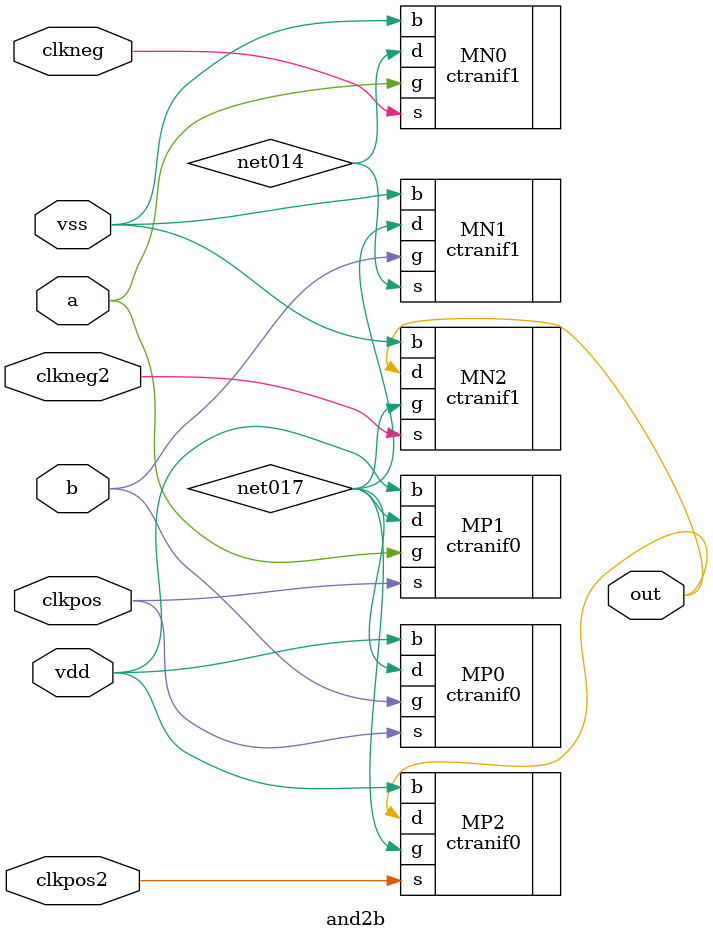
<source format=sv>
`timescale 1ns / 1ns 

module and2b ( out, a, b, clkneg, clkneg2, clkpos, clkpos2, vdd, vss );

output  out;

input  a, b, clkneg, clkneg2, clkpos, clkpos2, vdd, vss;


specify 
    specparam CDS_LIBNAME  = "MIPS25";
    specparam CDS_CELLNAME = "and2b";
    specparam CDS_VIEWNAME = "schematic";
endspecify

ctranif1  MN0 ( .b(vss), .d(net014), .g(a), .s(clkneg));
ctranif1  MN2 ( .b(vss), .d(out), .g(net017), .s(clkneg2));
ctranif1  MN1 ( .b(vss), .d(net017), .g(b), .s(net014));
ctranif0  MP0 ( .b(vdd), .s(clkpos), .g(b), .d(net017));
ctranif0  MP2 ( .b(vdd), .s(clkpos2), .g(net017), .d(out));
ctranif0  MP1 ( .b(vdd), .s(clkpos), .g(a), .d(net017));

endmodule

</source>
